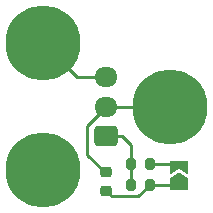
<source format=gbr>
%TF.GenerationSoftware,KiCad,Pcbnew,(6.0.0-0)*%
%TF.CreationDate,2022-09-17T09:57:17-07:00*%
%TF.ProjectId,Untitled,556e7469-746c-4656-942e-6b696361645f,rev?*%
%TF.SameCoordinates,Original*%
%TF.FileFunction,Copper,L2,Bot*%
%TF.FilePolarity,Positive*%
%FSLAX46Y46*%
G04 Gerber Fmt 4.6, Leading zero omitted, Abs format (unit mm)*
G04 Created by KiCad (PCBNEW (6.0.0-0)) date 2022-09-17 09:57:17*
%MOMM*%
%LPD*%
G01*
G04 APERTURE LIST*
G04 Aperture macros list*
%AMRoundRect*
0 Rectangle with rounded corners*
0 $1 Rounding radius*
0 $2 $3 $4 $5 $6 $7 $8 $9 X,Y pos of 4 corners*
0 Add a 4 corners polygon primitive as box body*
4,1,4,$2,$3,$4,$5,$6,$7,$8,$9,$2,$3,0*
0 Add four circle primitives for the rounded corners*
1,1,$1+$1,$2,$3*
1,1,$1+$1,$4,$5*
1,1,$1+$1,$6,$7*
1,1,$1+$1,$8,$9*
0 Add four rect primitives between the rounded corners*
20,1,$1+$1,$2,$3,$4,$5,0*
20,1,$1+$1,$4,$5,$6,$7,0*
20,1,$1+$1,$6,$7,$8,$9,0*
20,1,$1+$1,$8,$9,$2,$3,0*%
%AMFreePoly0*
4,1,6,1.000000,0.000000,0.500000,-0.750000,-0.500000,-0.750000,-0.500000,0.750000,0.500000,0.750000,1.000000,0.000000,1.000000,0.000000,$1*%
%AMFreePoly1*
4,1,6,0.500000,-0.750000,-0.650000,-0.750000,-0.150000,0.000000,-0.650000,0.750000,0.500000,0.750000,0.500000,-0.750000,0.500000,-0.750000,$1*%
G04 Aperture macros list end*
%TA.AperFunction,ComponentPad*%
%ADD10RoundRect,0.250000X0.725000X-0.600000X0.725000X0.600000X-0.725000X0.600000X-0.725000X-0.600000X0*%
%TD*%
%TA.AperFunction,ComponentPad*%
%ADD11O,1.950000X1.700000*%
%TD*%
%TA.AperFunction,ComponentPad*%
%ADD12C,6.350000*%
%TD*%
%TA.AperFunction,SMDPad,CuDef*%
%ADD13FreePoly0,90.000000*%
%TD*%
%TA.AperFunction,SMDPad,CuDef*%
%ADD14FreePoly1,90.000000*%
%TD*%
%TA.AperFunction,SMDPad,CuDef*%
%ADD15RoundRect,0.200000X0.200000X0.275000X-0.200000X0.275000X-0.200000X-0.275000X0.200000X-0.275000X0*%
%TD*%
%TA.AperFunction,SMDPad,CuDef*%
%ADD16RoundRect,0.218750X0.256250X-0.218750X0.256250X0.218750X-0.256250X0.218750X-0.256250X-0.218750X0*%
%TD*%
%TA.AperFunction,SMDPad,CuDef*%
%ADD17RoundRect,0.200000X-0.200000X-0.275000X0.200000X-0.275000X0.200000X0.275000X-0.200000X0.275000X0*%
%TD*%
%TA.AperFunction,Conductor*%
%ADD18C,0.250000*%
%TD*%
G04 APERTURE END LIST*
D10*
%TO.P,J1,1*%
%TO.N,VCC*%
X103100000Y-69900000D03*
D11*
%TO.P,J1,2*%
%TO.N,S*%
X103100000Y-67400000D03*
%TO.P,J1,3*%
%TO.N,SW_NC*%
X103100000Y-64900000D03*
%TD*%
D12*
%TO.P,H6,1,1*%
%TO.N,SW_NC*%
X97706000Y-62000000D03*
%TD*%
%TO.P,H5,1,1*%
%TO.N,SW_NO*%
X97706000Y-72800000D03*
%TD*%
%TO.P,H4,1,1*%
%TO.N,S*%
X108506000Y-67400000D03*
%TD*%
D13*
%TO.P,JP1,1,A*%
%TO.N,Net-(D1-Pad1)*%
X109250000Y-73975000D03*
D14*
%TO.P,JP1,2,B*%
%TO.N,Net-(JP1-Pad2)*%
X109250000Y-72525000D03*
%TD*%
D15*
%TO.P,R1,1*%
%TO.N,Net-(D1-Pad1)*%
X106825000Y-74000000D03*
%TO.P,R1,2*%
%TO.N,VCC*%
X105175000Y-74000000D03*
%TD*%
D16*
%TO.P,D1,1*%
%TO.N,Net-(D1-Pad1)*%
X103100000Y-74537500D03*
%TO.P,D1,2*%
%TO.N,S*%
X103100000Y-72962500D03*
%TD*%
D17*
%TO.P,R2,1*%
%TO.N,VCC*%
X105175000Y-72250000D03*
%TO.P,R2,2*%
%TO.N,Net-(JP1-Pad2)*%
X106825000Y-72250000D03*
%TD*%
D18*
%TO.N,SW_NC*%
X103100000Y-64900000D02*
X100606000Y-64900000D01*
X100606000Y-64900000D02*
X97706000Y-62000000D01*
%TO.N,Net-(D1-Pad1)*%
X106825000Y-74000000D02*
X105825000Y-75000000D01*
X103562500Y-75000000D02*
X103100000Y-74537500D01*
X109225000Y-74000000D02*
X109250000Y-73975000D01*
X105825000Y-75000000D02*
X103562500Y-75000000D01*
X106825000Y-74000000D02*
X109225000Y-74000000D01*
%TO.N,S*%
X102962500Y-72962500D02*
X101500000Y-71500000D01*
X103100000Y-72962500D02*
X102962500Y-72962500D01*
X103100000Y-67400000D02*
X108506000Y-67400000D01*
X101500000Y-69000000D02*
X103100000Y-67400000D01*
X101500000Y-71500000D02*
X101500000Y-69000000D01*
%TO.N,Net-(JP1-Pad2)*%
X108975000Y-72250000D02*
X109250000Y-72525000D01*
X106825000Y-72250000D02*
X108975000Y-72250000D01*
%TO.N,VCC*%
X105175000Y-74000000D02*
X105175000Y-72250000D01*
X105175000Y-70675000D02*
X105175000Y-72250000D01*
X104400000Y-69900000D02*
X105175000Y-70675000D01*
X103100000Y-69900000D02*
X104400000Y-69900000D01*
%TD*%
M02*

</source>
